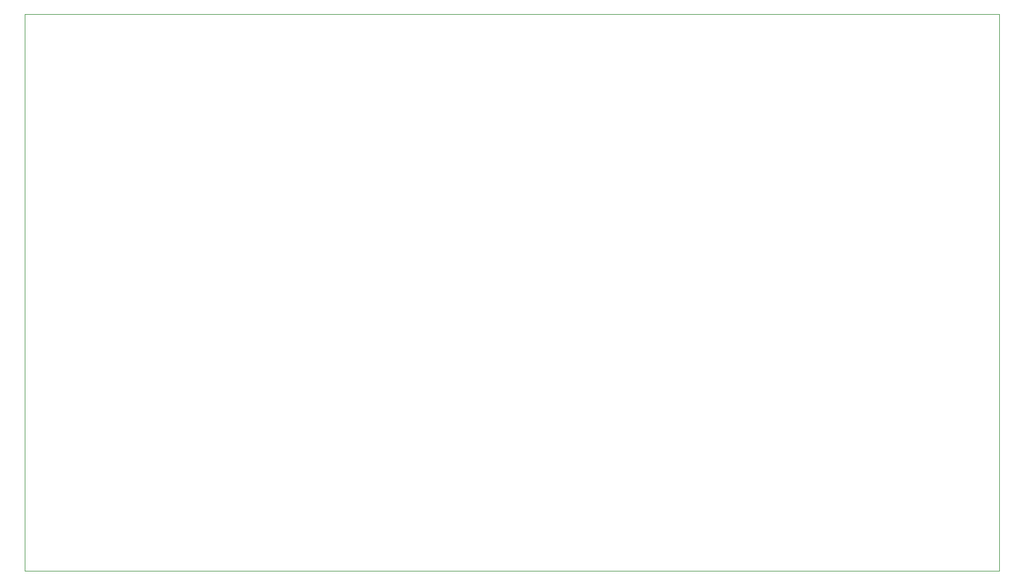
<source format=gbr>
%TF.GenerationSoftware,KiCad,Pcbnew,(5.1.12)-1*%
%TF.CreationDate,2022-09-04T13:19:21+02:00*%
%TF.ProjectId,portail_moteur_continu,706f7274-6169-46c5-9f6d-6f746575725f,1.1*%
%TF.SameCoordinates,Original*%
%TF.FileFunction,Profile,NP*%
%FSLAX46Y46*%
G04 Gerber Fmt 4.6, Leading zero omitted, Abs format (unit mm)*
G04 Created by KiCad (PCBNEW (5.1.12)-1) date 2022-09-04 13:19:21*
%MOMM*%
%LPD*%
G01*
G04 APERTURE LIST*
%TA.AperFunction,Profile*%
%ADD10C,0.050000*%
%TD*%
G04 APERTURE END LIST*
D10*
X93000000Y-131000000D02*
X93000000Y-51000000D01*
X233000000Y-131000000D02*
X93000000Y-131000000D01*
X233000000Y-51000000D02*
X233000000Y-131000000D01*
X93000000Y-51000000D02*
X233000000Y-51000000D01*
M02*

</source>
